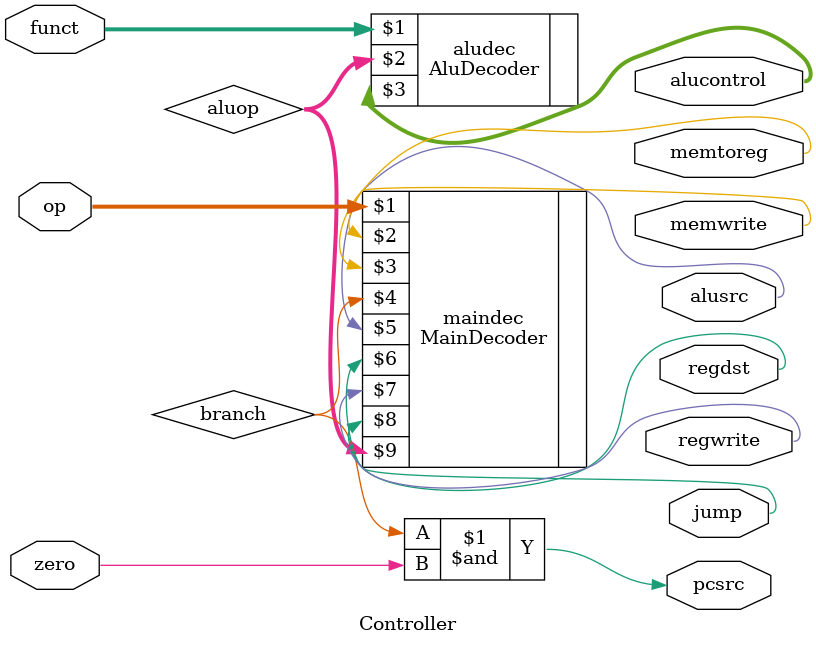
<source format=sv>

module Controller(
    input logic [5:0] op, funct, 
    input logic zero,
    output logic memtoreg, memwrite,
    output logic pcsrc, alusrc,
    output logic regdst, regwrite,
    output logic jump,
    output logic [2:0] alucontrol
);

    logic [1:0] aluop;
    logic branch;

    MainDecoder maindec(op, memtoreg, memwrite, branch, alusrc,
        regdst, regwrite, jump, aluop);

    AluDecoder aludec(funct, aluop, alucontrol);

    assign pcsrc = branch & zero;

endmodule
</source>
